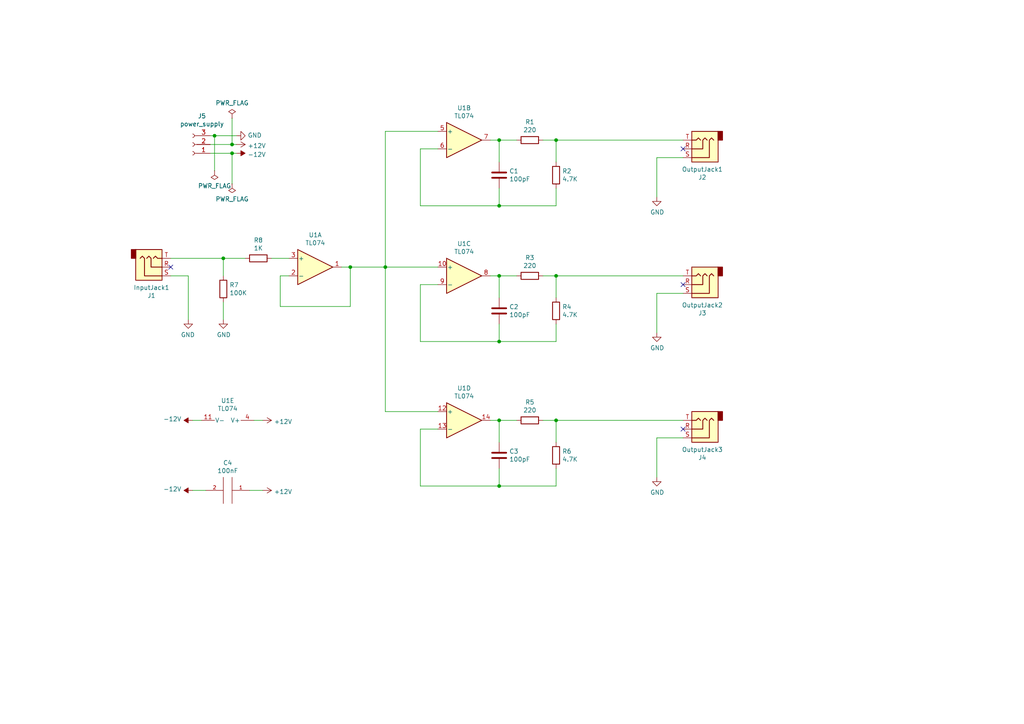
<source format=kicad_sch>
(kicad_sch (version 20211123) (generator eeschema)
  (paper "A4")
  (lib_symbols
    (symbol "Amplifier_Operational:TL074" (pin_names (offset 0.127))
      (property "Reference" "U" (at 0 5.08 0))
      (property "Value" "TL074" (at 0 -5.08 0))
      (symbol "TL074_1_1"
        (polyline (pts (xy -5.08 5.08) (xy 5.08 0) (xy -5.08 -5.08) (xy -5.08 5.08)) (stroke (width 0.254)) (fill (type background)))
        (pin output line (at 7.62 0 180) (length 2.54) (name "~") (number "1"))
        (pin input line (at -7.62 -2.54 0) (length 2.54) (name "-") (number "2"))
        (pin input line (at -7.62 2.54 0) (length 2.54) (name "+") (number "3"))
      )
      (symbol "TL074_2_1"
        (polyline (pts (xy -5.08 5.08) (xy 5.08 0) (xy -5.08 -5.08) (xy -5.08 5.08)) (stroke (width 0.254)) (fill (type background)))
        (pin input line (at -7.62 2.54 0) (length 2.54) (name "+") (number "5"))
        (pin input line (at -7.62 -2.54 0) (length 2.54) (name "-") (number "6"))
        (pin output line (at 7.62 0 180) (length 2.54) (name "~") (number "7"))
      )
      (symbol "TL074_3_1"
        (polyline (pts (xy -5.08 5.08) (xy 5.08 0) (xy -5.08 -5.08) (xy -5.08 5.08)) (stroke (width 0.254)) (fill (type background)))
        (pin input line (at -7.62 2.54 0) (length 2.54) (name "+") (number "10"))
        (pin output line (at 7.62 0 180) (length 2.54) (name "~") (number "8"))
        (pin input line (at -7.62 -2.54 0) (length 2.54) (name "-") (number "9"))
      )
      (symbol "TL074_4_1"
        (polyline (pts (xy -5.08 5.08) (xy 5.08 0) (xy -5.08 -5.08) (xy -5.08 5.08)) (stroke (width 0.254)) (fill (type background)))
        (pin input line (at -7.62 2.54 0) (length 2.54) (name "+") (number "12"))
        (pin input line (at -7.62 -2.54 0) (length 2.54) (name "-") (number "13"))
        (pin output line (at 7.62 0 180) (length 2.54) (name "~") (number "14"))
      )
      (symbol "TL074_5_1"
        (pin power_in line (at -2.54 -7.62 90) (length 3.81) (name "V-") (number "11"))
        (pin power_in line (at -2.54 7.62 270) (length 3.81) (name "V+") (number "4"))
      )
    )
    (symbol "Connector:AudioJack3"
      (property "Reference" "J" (at 0 8.89 0))
      (property "Value" "AudioJack3" (at 0 6.35 0))
      (symbol "AudioJack3_0_1"
        (rectangle (start -5.08 -5.08) (end -6.35 -2.54) (stroke (width 0.254)) (fill (type outline)))
        (polyline (pts (xy 0 -2.54) (xy 0.635 -3.175) (xy 1.27 -2.54) (xy 2.54 -2.54)) (stroke (width 0.254)))
        (polyline (pts (xy -1.905 -2.54) (xy -1.27 -3.175) (xy -0.635 -2.54) (xy -0.635 0) (xy 2.54 0)) (stroke (width 0.254)))
        (polyline (pts (xy 2.54 2.54) (xy -2.54 2.54) (xy -2.54 -2.54) (xy -3.175 -3.175) (xy -3.81 -2.54)) (stroke (width 0.254)))
        (rectangle (start 2.54 3.81) (end -5.08 -5.08) (stroke (width 0.254)) (fill (type background)))
      )
      (symbol "AudioJack3_1_1"
        (pin passive line (at 5.08 0 180) (length 2.54) (name "~") (number "R"))
        (pin passive line (at 5.08 2.54 180) (length 2.54) (name "~") (number "S"))
        (pin passive line (at 5.08 -2.54 180) (length 2.54) (name "~") (number "T"))
      )
    )
    (symbol "Connector:Conn_01x03_Female" (pin_names (offset 1.016) hide)
      (property "Reference" "J" (at 0 5.08 0))
      (property "Value" "Conn_01x03_Female" (at 0 -5.08 0))
      (symbol "Conn_01x03_Female_1_1"
        (arc (start 0 -2.032) (mid -0.508 -2.54) (end 0 -3.048) (stroke (width 0.1524)))
        (polyline (pts (xy -1.27 -2.54) (xy -0.508 -2.54)) (stroke (width 0.1524)))
        (polyline (pts (xy -1.27 0) (xy -0.508 0)) (stroke (width 0.1524)))
        (polyline (pts (xy -1.27 2.54) (xy -0.508 2.54)) (stroke (width 0.1524)))
        (arc (start 0 0.508) (mid -0.508 0) (end 0 -0.508) (stroke (width 0.1524)))
        (arc (start 0 3.048) (mid -0.508 2.54) (end 0 2.032) (stroke (width 0.1524)))
        (pin passive line (at -5.08 2.54 0) (length 3.81) (name "Pin_1") (number "1"))
        (pin passive line (at -5.08 0 0) (length 3.81) (name "Pin_2") (number "2"))
        (pin passive line (at -5.08 -2.54 0) (length 3.81) (name "Pin_3") (number "3"))
      )
    )
    (symbol "Device:C" (pin_numbers hide) (pin_names (offset 0.254))
      (property "Reference" "C" (at 0.635 2.54 0))
      (property "Value" "C" (at 0.635 -2.54 0))
      (symbol "C_0_1"
        (polyline (pts (xy -2.032 -0.762) (xy 2.032 -0.762)) (stroke (width 0.508)))
        (polyline (pts (xy -2.032 0.762) (xy 2.032 0.762)) (stroke (width 0.508)))
      )
      (symbol "C_1_1"
        (pin passive line (at 0 3.81 270) (length 2.794) (name "~") (number "1"))
        (pin passive line (at 0 -3.81 90) (length 2.794) (name "~") (number "2"))
      )
    )
    (symbol "Device:R" (pin_numbers hide) (pin_names (offset 0))
      (property "Reference" "R" (at 2.032 0 90))
      (property "Value" "R" (at 0 0 90))
      (symbol "R_0_1"
        (rectangle (start -1.016 -2.54) (end 1.016 2.54) (stroke (width 0.254)))
      )
      (symbol "R_1_1"
        (pin passive line (at 0 3.81 270) (length 1.27) (name "~") (number "1"))
        (pin passive line (at 0 -3.81 90) (length 1.27) (name "~") (number "2"))
      )
    )
    (symbol "power:+12V" (power) (pin_names (offset 0))
      (property "Value" "+12V" (at 0 3.556 0))
      (symbol "+12V_0_1"
        (polyline (pts (xy -0.762 1.27) (xy 0 2.54)))
        (polyline (pts (xy 0 0) (xy 0 2.54)))
        (polyline (pts (xy 0 2.54) (xy 0.762 1.27)))
      )
      (symbol "+12V_1_1"
        (pin power_in line (at 0 0 90) (length 0) hide (name "+12V") (number "1"))
      )
    )
    (symbol "power:-12V" (power) (pin_names (offset 0))
      (property "Value" "-12V" (at 0 3.81 0))
      (symbol "-12V_0_0"
        (pin power_in line (at 0 0 90) (length 0) hide (name "-12V") (number "1"))
      )
      (symbol "-12V_0_1"
        (polyline (pts (xy 0 0) (xy 0 1.27) (xy 0.762 1.27) (xy 0 2.54) (xy -0.762 1.27) (xy 0 1.27)) (fill (type outline)))
      )
    )
    (symbol "power:GND" (power) (pin_names (offset 0))
      (property "Value" "GND" (at 0 -3.81 0))
      (symbol "GND_0_1"
        (polyline (pts (xy 0 0) (xy 0 -1.27) (xy 1.27 -1.27) (xy 0 -2.54) (xy -1.27 -1.27) (xy 0 -1.27)))
      )
      (symbol "GND_1_1"
        (pin power_in line (at 0 0 270) (length 0) hide (name "GND") (number "1"))
      )
    )
    (symbol "power:PWR_FLAG" (power) (pin_numbers hide) (pin_names (offset 0) hide)
      (property "Value" "PWR_FLAG" (at 0 3.81 0))
      (symbol "PWR_FLAG_0_0"
        (pin power_out line (at 0 0 90) (length 0) (name "pwr") (number "1"))
      )
      (symbol "PWR_FLAG_0_1"
        (polyline (pts (xy 0 0) (xy 0 1.27) (xy -1.016 1.905) (xy 0 2.54) (xy 1.016 1.905) (xy 0 1.27)))
      )
    )
    (symbol "pspice:CAP" (pin_names (offset 0.254))
      (property "Reference" "C" (at 2.54 3.81 90))
      (property "Value" "CAP" (at 2.54 -3.81 90))
      (symbol "CAP_0_1"
        (polyline (pts (xy -3.81 -1.27) (xy 3.81 -1.27)))
        (polyline (pts (xy -3.81 1.27) (xy 3.81 1.27)))
      )
      (symbol "CAP_1_1"
        (pin passive line (at 0 6.35 270) (length 5.08) (name "~") (number "1"))
        (pin passive line (at 0 -6.35 90) (length 5.08) (name "~") (number "2"))
      )
    )
  )
  (junction (at 111.76 77.47))
  (junction (at 67.31 44.45))
  (junction (at 62.23 39.37))
  (junction (at 144.78 40.64))
  (junction (at 144.78 59.69))
  (junction (at 101.6 77.47))
  (junction (at 67.31 41.91))
  (junction (at 144.78 99.06))
  (junction (at 64.77 74.93))
  (junction (at 144.78 140.97))
  (junction (at 144.78 80.01))
  (junction (at 144.78 121.92))
  (junction (at 161.29 40.64))
  (junction (at 161.29 80.01))
  (junction (at 161.29 121.92))
  (no_connect (at 198.12 43.18))
  (no_connect (at 198.12 124.46))
  (no_connect (at 49.53 77.47))
  (no_connect (at 198.12 82.55))
  (wire (pts (xy 101.6 88.9) (xy 81.28 88.9)))
  (wire (pts (xy 144.78 140.97) (xy 121.92 140.97)))
  (wire (pts (xy 198.12 40.64) (xy 161.29 40.64)))
  (wire (pts (xy 49.53 80.01) (xy 54.61 80.01)))
  (wire (pts (xy 142.24 80.01) (xy 144.78 80.01)))
  (wire (pts (xy 190.5 45.72) (xy 190.5 57.15)))
  (wire (pts (xy 101.6 77.47) (xy 101.6 88.9)))
  (wire (pts (xy 55.88 121.92) (xy 58.42 121.92)))
  (wire (pts (xy 190.5 127) (xy 190.5 138.43)))
  (wire (pts (xy 111.76 119.38) (xy 127 119.38)))
  (wire (pts (xy 81.28 80.01) (xy 83.82 80.01)))
  (wire (pts (xy 99.06 77.47) (xy 101.6 77.47)))
  (wire (pts (xy 198.12 80.01) (xy 161.29 80.01)))
  (wire (pts (xy 161.29 128.27) (xy 161.29 121.92)))
  (wire (pts (xy 161.29 59.69) (xy 144.78 59.69)))
  (wire (pts (xy 142.24 121.92) (xy 144.78 121.92)))
  (wire (pts (xy 121.92 59.69) (xy 121.92 43.18)))
  (wire (pts (xy 144.78 54.61) (xy 144.78 59.69)))
  (wire (pts (xy 144.78 40.64) (xy 149.86 40.64)))
  (wire (pts (xy 157.48 80.01) (xy 161.29 80.01)))
  (wire (pts (xy 161.29 93.98) (xy 161.29 99.06)))
  (wire (pts (xy 198.12 127) (xy 190.5 127)))
  (wire (pts (xy 62.23 39.37) (xy 60.96 39.37)))
  (wire (pts (xy 161.29 46.99) (xy 161.29 40.64)))
  (wire (pts (xy 161.29 99.06) (xy 144.78 99.06)))
  (wire (pts (xy 81.28 88.9) (xy 81.28 80.01)))
  (wire (pts (xy 78.74 74.93) (xy 83.82 74.93)))
  (wire (pts (xy 121.92 124.46) (xy 127 124.46)))
  (wire (pts (xy 60.96 41.91) (xy 67.31 41.91)))
  (wire (pts (xy 161.29 86.36) (xy 161.29 80.01)))
  (wire (pts (xy 111.76 38.1) (xy 127 38.1)))
  (wire (pts (xy 62.23 49.53) (xy 62.23 39.37)))
  (wire (pts (xy 54.61 80.01) (xy 54.61 92.71)))
  (wire (pts (xy 111.76 38.1) (xy 111.76 77.47)))
  (wire (pts (xy 161.29 140.97) (xy 144.78 140.97)))
  (wire (pts (xy 157.48 121.92) (xy 161.29 121.92)))
  (wire (pts (xy 68.58 39.37) (xy 62.23 39.37)))
  (wire (pts (xy 64.77 74.93) (xy 71.12 74.93)))
  (wire (pts (xy 144.78 59.69) (xy 121.92 59.69)))
  (wire (pts (xy 144.78 80.01) (xy 149.86 80.01)))
  (wire (pts (xy 67.31 34.29) (xy 67.31 41.91)))
  (wire (pts (xy 161.29 54.61) (xy 161.29 59.69)))
  (wire (pts (xy 73.66 121.92) (xy 76.2 121.92)))
  (wire (pts (xy 121.92 140.97) (xy 121.92 124.46)))
  (wire (pts (xy 60.96 44.45) (xy 67.31 44.45)))
  (wire (pts (xy 121.92 82.55) (xy 127 82.55)))
  (wire (pts (xy 101.6 77.47) (xy 111.76 77.47)))
  (wire (pts (xy 59.69 142.24) (xy 55.88 142.24)))
  (wire (pts (xy 111.76 77.47) (xy 127 77.47)))
  (wire (pts (xy 144.78 86.36) (xy 144.78 80.01)))
  (wire (pts (xy 198.12 45.72) (xy 190.5 45.72)))
  (wire (pts (xy 144.78 121.92) (xy 149.86 121.92)))
  (wire (pts (xy 67.31 53.34) (xy 67.31 44.45)))
  (wire (pts (xy 198.12 121.92) (xy 161.29 121.92)))
  (wire (pts (xy 144.78 99.06) (xy 121.92 99.06)))
  (wire (pts (xy 121.92 99.06) (xy 121.92 82.55)))
  (wire (pts (xy 67.31 44.45) (xy 68.58 44.45)))
  (wire (pts (xy 49.53 74.93) (xy 64.77 74.93)))
  (wire (pts (xy 64.77 87.63) (xy 64.77 92.71)))
  (wire (pts (xy 142.24 40.64) (xy 144.78 40.64)))
  (wire (pts (xy 144.78 128.27) (xy 144.78 121.92)))
  (wire (pts (xy 144.78 135.89) (xy 144.78 140.97)))
  (wire (pts (xy 157.48 40.64) (xy 161.29 40.64)))
  (wire (pts (xy 190.5 85.09) (xy 190.5 96.52)))
  (wire (pts (xy 121.92 43.18) (xy 127 43.18)))
  (wire (pts (xy 198.12 85.09) (xy 190.5 85.09)))
  (wire (pts (xy 67.31 41.91) (xy 68.58 41.91)))
  (wire (pts (xy 144.78 93.98) (xy 144.78 99.06)))
  (wire (pts (xy 64.77 74.93) (xy 64.77 80.01)))
  (wire (pts (xy 111.76 77.47) (xy 111.76 119.38)))
  (wire (pts (xy 161.29 135.89) (xy 161.29 140.97)))
  (wire (pts (xy 144.78 46.99) (xy 144.78 40.64)))
  (wire (pts (xy 76.2 142.24) (xy 72.39 142.24)))
  (symbol (lib_id "Device:R") (at 153.67 80.01 90) (unit 1)
    (property "Reference" "R3" (at 153.67 74.7522 90))
    (property "Value" "220" (at 153.67 77.0636 90))
    (property "Footprint" "Resistors_SMD:R_1206_HandSoldering" (effects hide))
  )
  (symbol (lib_id "Device:C") (at 144.78 90.17 0) (unit 1)
    (property "Reference" "C2" (at 147.701 89.0016 0) (effects (justify left)))
    (property "Value" "100pF" (at 147.701 91.313 0) (effects (justify left)))
    (property "Footprint" "Capacitors_SMD:C_1206_HandSoldering" (effects hide))
  )
  (symbol (lib_id "Device:R") (at 161.29 90.17 0) (unit 1)
    (property "Reference" "R4" (at 163.068 89.0016 0) (effects (justify left)))
    (property "Value" "4.7K" (at 163.068 91.313 0) (effects (justify left)))
    (property "Footprint" "Resistors_SMD:R_1206_HandSoldering" (effects hide))
  )
  (symbol (lib_id "Device:R") (at 153.67 40.64 90) (unit 1)
    (property "Reference" "R1" (at 153.67 35.3822 90))
    (property "Value" "220" (at 153.67 37.6936 90))
    (property "Footprint" "Resistors_SMD:R_1206_HandSoldering" (effects hide))
  )
  (symbol (lib_id "Device:C") (at 144.78 50.8 0) (unit 1)
    (property "Reference" "C1" (at 147.701 49.6316 0) (effects (justify left)))
    (property "Value" "100pF" (at 147.701 51.943 0) (effects (justify left)))
    (property "Footprint" "Capacitors_SMD:C_1206_HandSoldering" (effects hide))
  )
  (symbol (lib_id "Device:R") (at 161.29 50.8 0) (unit 1)
    (property "Reference" "R2" (at 163.068 49.6316 0) (effects (justify left)))
    (property "Value" "4.7K" (at 163.068 51.943 0) (effects (justify left)))
    (property "Footprint" "Resistors_SMD:R_1206_HandSoldering" (effects hide))
  )
  (symbol (lib_id "Device:R") (at 153.67 121.92 90) (unit 1)
    (property "Reference" "R5" (at 153.67 116.6622 90))
    (property "Value" "220" (at 153.67 118.9736 90))
    (property "Footprint" "Resistors_SMD:R_1206_HandSoldering" (effects hide))
  )
  (symbol (lib_id "Device:C") (at 144.78 132.08 0) (unit 1)
    (property "Reference" "C3" (at 147.701 130.9116 0) (effects (justify left)))
    (property "Value" "100pF" (at 147.701 133.223 0) (effects (justify left)))
    (property "Footprint" "Capacitors_SMD:C_1206_HandSoldering" (effects hide))
  )
  (symbol (lib_id "Device:R") (at 161.29 132.08 0) (unit 1)
    (property "Reference" "R6" (at 163.068 130.9116 0) (effects (justify left)))
    (property "Value" "4.7K" (at 163.068 133.223 0) (effects (justify left)))
    (property "Footprint" "Resistors_SMD:R_1206_HandSoldering" (effects hide))
  )
  (symbol (lib_id "power:GND") (at 54.61 92.71 0) (mirror y) (unit 1)
    (property "Reference" "#PWR0101" (effects hide))
    (property "Value" "GND" (at 54.483 97.1042 0))
  )
  (symbol (lib_id "Connector:Conn_01x03_Female") (at 55.88 41.91 180) (unit 1)
    (property "Reference" "J5" (at 58.5724 33.655 0))
    (property "Value" "power_supply" (at 58.5724 35.9664 0))
    (property "Footprint" "open-source-modular:eurorack-tile-power-connector" (effects hide))
  )
  (symbol (lib_id "power:GND") (at 68.58 39.37 90) (unit 1)
    (property "Reference" "#PWR0113" (effects hide))
    (property "Value" "GND" (at 71.8312 39.243 90) (effects (justify right)))
  )
  (symbol (lib_id "power:GND") (at 190.5 57.15 0) (unit 1)
    (property "Reference" "#PWR0114" (effects hide))
    (property "Value" "GND" (at 190.627 61.5442 0))
  )
  (symbol (lib_id "power:GND") (at 190.5 96.52 0) (unit 1)
    (property "Reference" "#PWR0116" (effects hide))
    (property "Value" "GND" (at 190.627 100.9142 0))
  )
  (symbol (lib_id "power:GND") (at 190.5 138.43 0) (unit 1)
    (property "Reference" "#PWR0118" (effects hide))
    (property "Value" "GND" (at 190.627 142.8242 0))
  )
  (symbol (lib_id "Amplifier_Operational:TL074") (at 91.44 77.47 0) (unit 1)
    (property "Reference" "U1" (at 91.44 68.1482 0))
    (property "Value" "TL074" (at 91.44 70.4596 0))
    (property "Footprint" "SMD_Packages:SOIC-14_N" (effects hide))
    (property "Datasheet" "http://www.ti.com/lit/ds/symlink/tl071.pdf" (effects hide))
  )
  (symbol (lib_id "Amplifier_Operational:TL074") (at 134.62 40.64 0) (unit 2)
    (property "Reference" "U1" (at 134.62 31.3182 0))
    (property "Value" "TL074" (at 134.62 33.6296 0))
    (property "Footprint" "SMD_Packages:SOIC-14_N" (effects hide))
    (property "Datasheet" "http://www.ti.com/lit/ds/symlink/tl071.pdf" (effects hide))
  )
  (symbol (lib_id "Amplifier_Operational:TL074") (at 134.62 80.01 0) (unit 3)
    (property "Reference" "U1" (at 134.62 70.6882 0))
    (property "Value" "TL074" (at 134.62 72.9996 0))
    (property "Footprint" "SMD_Packages:SOIC-14_N" (effects hide))
    (property "Datasheet" "http://www.ti.com/lit/ds/symlink/tl071.pdf" (effects hide))
  )
  (symbol (lib_id "Amplifier_Operational:TL074") (at 134.62 121.92 0) (unit 4)
    (property "Reference" "U1" (at 134.62 112.5982 0))
    (property "Value" "TL074" (at 134.62 114.9096 0))
    (property "Footprint" "SMD_Packages:SOIC-14_N" (effects hide))
    (property "Datasheet" "http://www.ti.com/lit/ds/symlink/tl071.pdf" (effects hide))
  )
  (symbol (lib_id "power:PWR_FLAG") (at 67.31 34.29 0) (unit 1)
    (property "Reference" "#FLG0101" (effects hide))
    (property "Value" "PWR_FLAG" (at 67.31 29.8704 0))
  )
  (symbol (lib_id "power:PWR_FLAG") (at 67.31 53.34 180) (unit 1)
    (property "Reference" "#FLG0102" (effects hide))
    (property "Value" "PWR_FLAG" (at 67.31 57.7342 0))
  )
  (symbol (lib_id "power:PWR_FLAG") (at 62.23 49.53 180) (unit 1)
    (property "Reference" "#FLG0103" (effects hide))
    (property "Value" "PWR_FLAG" (at 62.23 53.9242 0))
  )
  (symbol (lib_id "Connector:AudioJack3") (at 203.2 43.18 180) (unit 1)
    (property "Reference" "J2" (at 203.708 51.435 0))
    (property "Value" "OutputJack1" (at 203.708 49.1236 0))
    (property "Footprint" "open-source-modular:PJ392-3.5mm-jack-vertical-SRT" (effects hide))
  )
  (symbol (lib_id "Connector:AudioJack3") (at 203.2 82.55 180) (unit 1)
    (property "Reference" "J3" (at 203.708 90.805 0))
    (property "Value" "OutputJack2" (at 203.708 88.4936 0))
    (property "Footprint" "open-source-modular:PJ392-3.5mm-jack-vertical-SRT" (effects hide))
  )
  (symbol (lib_id "Connector:AudioJack3") (at 203.2 124.46 180) (unit 1)
    (property "Reference" "J4" (at 203.708 132.715 0))
    (property "Value" "OutputJack3" (at 203.708 130.4036 0))
    (property "Footprint" "open-source-modular:PJ392-3.5mm-jack-vertical-SRT" (effects hide))
  )
  (symbol (lib_id "Connector:AudioJack3") (at 44.45 77.47 0) (mirror x) (unit 1)
    (property "Reference" "J1" (at 43.942 85.725 0))
    (property "Value" "InputJack1" (at 43.942 83.4136 0))
    (property "Footprint" "open-source-modular:PJ392-3.5mm-jack-vertical-SRT" (effects hide))
  )
  (symbol (lib_id "power:+12V") (at 68.58 41.91 270) (unit 1)
    (property "Reference" "#PWR0102" (effects hide))
    (property "Value" "+12V" (at 71.8312 42.291 90) (effects (justify left)))
  )
  (symbol (lib_id "power:-12V") (at 68.58 44.45 270) (unit 1)
    (property "Reference" "#PWR0103" (effects hide))
    (property "Value" "-12V" (at 71.8312 44.831 90) (effects (justify left)))
  )
  (symbol (lib_id "Amplifier_Operational:TL074") (at 66.04 124.46 270) (unit 5)
    (property "Reference" "U1" (at 66.04 116.205 90))
    (property "Value" "TL074" (at 66.04 118.5164 90))
    (property "Footprint" "SMD_Packages:SOIC-14_N" (effects hide))
    (property "Datasheet" "http://www.ti.com/lit/ds/symlink/tl071.pdf" (effects hide))
  )
  (symbol (lib_id "power:+12V") (at 76.2 121.92 270) (unit 1)
    (property "Reference" "#PWR0104" (effects hide))
    (property "Value" "+12V" (at 79.4512 122.301 90) (effects (justify left)))
  )
  (symbol (lib_id "power:-12V") (at 55.88 121.92 90) (unit 1)
    (property "Reference" "#PWR0105" (effects hide))
    (property "Value" "-12V" (at 52.6288 121.539 90) (effects (justify left)))
  )
  (symbol (lib_id "pspice:CAP") (at 66.04 142.24 270) (unit 1)
    (property "Reference" "C4" (at 66.04 134.239 90))
    (property "Value" "100nF" (at 66.04 136.5504 90))
    (property "Footprint" "Capacitors_SMD:C_1206_HandSoldering" (effects hide))
  )
  (symbol (lib_id "power:+12V") (at 76.2 142.24 270) (unit 1)
    (property "Reference" "#PWR0106" (effects hide))
    (property "Value" "+12V" (at 79.4512 142.621 90) (effects (justify left)))
  )
  (symbol (lib_id "power:-12V") (at 55.88 142.24 90) (unit 1)
    (property "Reference" "#PWR0107" (effects hide))
    (property "Value" "-12V" (at 52.6288 141.859 90) (effects (justify left)))
  )
  (symbol (lib_id "Device:R") (at 64.77 83.82 0) (unit 1)
    (property "Reference" "R7" (at 66.548 82.6516 0) (effects (justify left)))
    (property "Value" "100K" (at 66.548 84.963 0) (effects (justify left)))
    (property "Footprint" "Resistors_SMD:R_1206_HandSoldering" (effects hide))
  )
  (symbol (lib_id "Device:R") (at 74.93 74.93 270) (unit 1)
    (property "Reference" "R8" (at 74.93 69.6722 90))
    (property "Value" "1K" (at 74.93 71.9836 90))
    (property "Footprint" "Resistors_SMD:R_1206_HandSoldering" (effects hide))
  )
  (symbol (lib_id "power:GND") (at 64.77 92.71 0) (unit 1)
    (property "Reference" "#PWR0108" (effects hide))
    (property "Value" "GND" (at 64.897 97.1042 0))
  )
)
</source>
